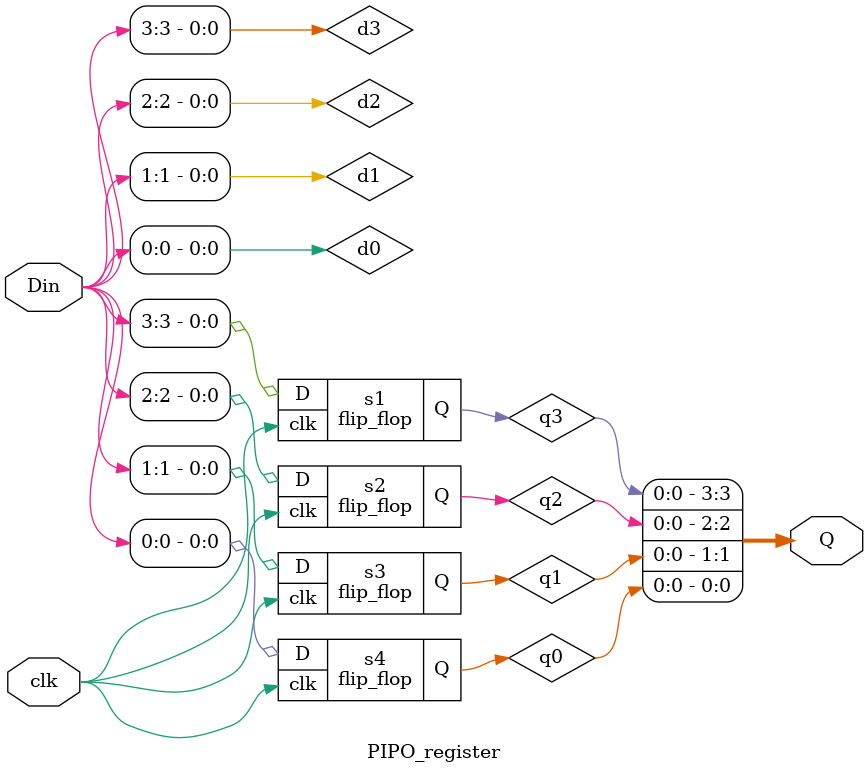
<source format=v>
`timescale 1ns / 1ps
module flip_flop(
    input clk,D,
    output reg Q
);
  always@(posedge clk)begin
       Q <= D;
  end
endmodule

module PIPO_register(
    input clk,
    input [3:0]Din,
    output [3:0]Q
);
wire d0,d1,d2,d3;
  wire q0,q1,q2,q3;
  assign {d3,d2,d1,d0} = Din;
  flip_flop s1(.clk(clk), .D(d3), .Q(q3));
  flip_flop s2(.clk(clk), .D(d2), .Q(q2));
  flip_flop s3(.clk(clk), .D(d1), .Q(q1));
  flip_flop s4(.clk(clk), .D(d0), .Q(q0));
  assign Q = {q3,q2,q1,q0};
  
endmodule

</source>
